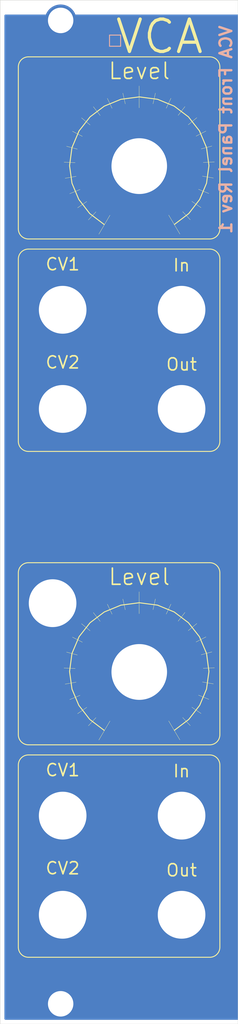
<source format=kicad_pcb>
(kicad_pcb (version 20171130) (host pcbnew "(5.1.2-1)-1")

  (general
    (thickness 1.6)
    (drawings 48)
    (tracks 13)
    (zones 0)
    (modules 3)
    (nets 2)
  )

  (page A4)
  (layers
    (0 F.Cu signal)
    (31 B.Cu signal hide)
    (32 B.Adhes user)
    (33 F.Adhes user)
    (34 B.Paste user)
    (35 F.Paste user)
    (36 B.SilkS user)
    (37 F.SilkS user)
    (38 B.Mask user)
    (39 F.Mask user)
    (40 Dwgs.User user)
    (41 Cmts.User user)
    (42 Eco1.User user)
    (43 Eco2.User user)
    (44 Edge.Cuts user)
    (45 Margin user)
    (46 B.CrtYd user)
    (47 F.CrtYd user)
    (48 B.Fab user)
    (49 F.Fab user)
  )

  (setup
    (last_trace_width 0.25)
    (trace_clearance 0.2)
    (zone_clearance 0.508)
    (zone_45_only no)
    (trace_min 0.2)
    (via_size 0.8)
    (via_drill 0.4)
    (via_min_size 0.4)
    (via_min_drill 0.3)
    (user_via 4 3)
    (user_via 6.2 5.2)
    (user_via 7.999999 6.000001)
    (user_via 11.999999 7.000001)
    (uvia_size 0.3)
    (uvia_drill 0.1)
    (uvias_allowed no)
    (uvia_min_size 0.2)
    (uvia_min_drill 0.1)
    (edge_width 0.05)
    (segment_width 0.2)
    (pcb_text_width 0.3)
    (pcb_text_size 1.5 1.5)
    (mod_edge_width 0.12)
    (mod_text_size 1 1)
    (mod_text_width 0.15)
    (pad_size 1.524 1.524)
    (pad_drill 0.762)
    (pad_to_mask_clearance 0.051)
    (solder_mask_min_width 0.25)
    (aux_axis_origin 0 0)
    (visible_elements FFFFFF7F)
    (pcbplotparams
      (layerselection 0x010fc_ffffffff)
      (usegerberextensions false)
      (usegerberattributes false)
      (usegerberadvancedattributes false)
      (creategerberjobfile false)
      (excludeedgelayer true)
      (linewidth 0.100000)
      (plotframeref false)
      (viasonmask false)
      (mode 1)
      (useauxorigin false)
      (hpglpennumber 1)
      (hpglpenspeed 20)
      (hpglpendiameter 15.000000)
      (psnegative false)
      (psa4output false)
      (plotreference true)
      (plotvalue true)
      (plotinvisibletext false)
      (padsonsilk false)
      (subtractmaskfromsilk false)
      (outputformat 1)
      (mirror false)
      (drillshape 1)
      (scaleselection 1)
      (outputdirectory ""))
  )

  (net 0 "")
  (net 1 GND)

  (net_class Default "This is the default net class."
    (clearance 0.2)
    (trace_width 0.25)
    (via_dia 0.8)
    (via_drill 0.4)
    (uvia_dia 0.3)
    (uvia_drill 0.1)
    (add_net GND)
  )

  (module AS3340_VCO_FP:knob_tick_marks (layer F.Cu) (tedit 5D785F37) (tstamp 5D7C68AB)
    (at 81.28 59.944)
    (descr "Imported from knob_tick_marks.svg")
    (tags svg2mod)
    (attr smd)
    (fp_text reference tick_marks (at 0 -12.347405) (layer F.SilkS) hide
      (effects (font (size 1.524 1.524) (thickness 0.3048)))
    )
    (fp_text value G*** (at 0 12.347405) (layer F.SilkS) hide
      (effects (font (size 1.524 1.524) (thickness 0.3048)))
    )
    (fp_poly (pts (xy 0 -7.988525) (xy -2.326013 -7.684565) (xy -4.437832 -6.820018) (xy -6.240918 -5.465883)
      (xy -7.64073 -3.693159) (xy -8.542729 -1.572845) (xy -8.844793 0.704834) (xy -8.538211 2.925137)
      (xy -7.668557 4.980292) (xy -6.281407 6.762526) (xy -4.422334 8.164065) (xy -4.360304 8.059605)
      (xy -6.193624 6.677555) (xy -7.561473 4.920232) (xy -8.418954 2.893814) (xy -8.721172 0.704479)
      (xy -8.423231 -1.541595) (xy -7.533847 -3.632536) (xy -6.153734 -5.380608) (xy -4.375989 -6.715849)
      (xy -2.293712 -7.568298) (xy 0 -7.867995) (xy 2.293711 -7.568298) (xy 4.375989 -6.715849)
      (xy 6.153733 -5.380608) (xy 7.533846 -3.632536) (xy 8.42323 -1.541595) (xy 8.721171 0.704479)
      (xy 8.418954 2.893814) (xy 7.561473 4.920232) (xy 6.193624 6.677555) (xy 4.360303 8.059605)
      (xy 4.422333 8.164065) (xy 6.281406 6.762526) (xy 7.668556 4.980292) (xy 8.53821 2.925137)
      (xy 8.844792 0.704834) (xy 8.542728 -1.572845) (xy 7.64073 -3.693159) (xy 6.240917 -5.465883)
      (xy 4.437832 -6.820018) (xy 2.326012 -7.684565) (xy 0 -7.988525)) (layer F.SilkS) (width 0))
    (fp_line (start -3.690794 6.924175) (end -5.091929 9.299405) (layer F.SilkS) (width 0.032346))
    (fp_line (start -5.091929 9.299405) (end -3.690794 6.924175) (layer F.SilkS) (width 0.032346))
    (fp_line (start -5.459399 6.500275) (end -6.405857 7.511455) (layer F.SilkS) (width 0.032346))
    (fp_line (start -6.405857 7.511455) (end -5.459399 6.500275) (layer F.SilkS) (width 0.032346))
    (fp_line (start -6.619216 5.206385) (end -7.766748 5.993255) (layer F.SilkS) (width 0.032346))
    (fp_line (start -7.766748 5.993255) (end -6.619216 5.206385) (layer F.SilkS) (width 0.032346))
    (fp_line (start -7.465611 3.697585) (end -8.75988 4.222875) (layer F.SilkS) (width 0.032346))
    (fp_line (start -8.75988 4.222875) (end -7.465611 3.697585) (layer F.SilkS) (width 0.032346))
    (fp_line (start -7.958507 2.045315) (end -9.338227 2.284155) (layer F.SilkS) (width 0.032346))
    (fp_line (start -9.338227 2.284155) (end -7.958507 2.045315) (layer F.SilkS) (width 0.032346))
    (fp_line (start -8.074563 0.327815) (end -9.474404 0.268915) (layer F.SilkS) (width 0.032346))
    (fp_line (start -9.474404 0.268915) (end -8.074563 0.327815) (layer F.SilkS) (width 0.032346))
    (fp_line (start -7.808285 -1.373595) (end -9.161962 -1.727485) (layer F.SilkS) (width 0.032346))
    (fp_line (start -9.161962 -1.727485) (end -7.808285 -1.373595) (layer F.SilkS) (width 0.032346))
    (fp_line (start -7.172281 -2.978355) (end -8.415696 -3.610455) (layer F.SilkS) (width 0.032346))
    (fp_line (start -8.415696 -3.610455) (end -7.172281 -2.978355) (layer F.SilkS) (width 0.032346))
    (fp_line (start -6.196667 -4.410465) (end -7.270942 -5.290845) (layer F.SilkS) (width 0.032346))
    (fp_line (start -7.270942 -5.290845) (end -6.196667 -4.410465) (layer F.SilkS) (width 0.032346))
    (fp_line (start -4.927638 -5.602125) (end -5.781907 -6.689095) (layer F.SilkS) (width 0.032346))
    (fp_line (start -5.781907 -6.689095) (end -4.927638 -5.602125) (layer F.SilkS) (width 0.032346))
    (fp_line (start -3.425287 -6.496895) (end -4.019097 -7.738995) (layer F.SilkS) (width 0.032346))
    (fp_line (start -4.019097 -7.738995) (end -3.425287 -6.496895) (layer F.SilkS) (width 0.032346))
    (fp_line (start -1.76075 -7.052415) (end -2.065983 -8.390825) (layer F.SilkS) (width 0.032346))
    (fp_line (start -2.065983 -8.390825) (end -1.76075 -7.052415) (layer F.SilkS) (width 0.032346))
    (fp_line (start -0.011743 -6.556715) (end -0.016143 -9.299405) (layer F.SilkS) (width 0.032346))
    (fp_line (start -0.016143 -9.299405) (end -0.011743 -6.556715) (layer F.SilkS) (width 0.032346))
    (fp_line (start 1.73568 -7.057805) (end 2.036609 -8.397145) (layer F.SilkS) (width 0.032346))
    (fp_line (start 2.036609 -8.397145) (end 1.73568 -7.057805) (layer F.SilkS) (width 0.032346))
    (fp_line (start 3.401994 -6.507405) (end 3.991808 -7.751335) (layer F.SilkS) (width 0.032346))
    (fp_line (start 3.991808 -7.751335) (end 3.401994 -6.507405) (layer F.SilkS) (width 0.032346))
    (fp_line (start 4.907215 -5.617265) (end 5.757984 -6.706865) (layer F.SilkS) (width 0.032346))
    (fp_line (start 5.757984 -6.706865) (end 4.907215 -5.617265) (layer F.SilkS) (width 0.032346))
    (fp_line (start 6.180067 -4.429525) (end 7.251508 -5.313205) (layer F.SilkS) (width 0.032346))
    (fp_line (start 7.251508 -5.313205) (end 6.180067 -4.429525) (layer F.SilkS) (width 0.032346))
    (fp_line (start 7.160281 -3.000425) (end 8.401658 -3.636345) (layer F.SilkS) (width 0.032346))
    (fp_line (start 8.401658 -3.636345) (end 7.160281 -3.000425) (layer F.SilkS) (width 0.032346))
    (fp_line (start 7.80144 -1.397635) (end 9.153974 -1.755685) (layer F.SilkS) (width 0.032346))
    (fp_line (start 9.153974 -1.755685) (end 7.80144 -1.397635) (layer F.SilkS) (width 0.032346))
    (fp_line (start 8.073187 0.302945) (end 9.472832 0.239745) (layer F.SilkS) (width 0.032346))
    (fp_line (start 9.472832 0.239745) (end 8.073187 0.302945) (layer F.SilkS) (width 0.032346))
    (fp_line (start 7.962653 2.020805) (end 9.343135 2.255395) (layer F.SilkS) (width 0.032346))
    (fp_line (start 9.343135 2.255395) (end 7.962653 2.020805) (layer F.SilkS) (width 0.032346))
    (fp_line (start 7.475071 3.674585) (end 8.771023 4.195885) (layer F.SilkS) (width 0.032346))
    (fp_line (start 8.771023 4.195885) (end 7.475071 3.674585) (layer F.SilkS) (width 0.032346))
    (fp_line (start 6.633531 5.185985) (end 7.783587 5.969315) (layer F.SilkS) (width 0.032346))
    (fp_line (start 7.783587 5.969315) (end 6.633531 5.185985) (layer F.SilkS) (width 0.032346))
    (fp_line (start 5.477879 6.483435) (end 6.427583 7.491695) (layer F.SilkS) (width 0.032346))
    (fp_line (start 6.427583 7.491695) (end 5.477879 6.483435) (layer F.SilkS) (width 0.032346))
    (fp_line (start 3.710646 6.912775) (end 5.11941 9.283685) (layer F.SilkS) (width 0.032346))
    (fp_line (start 5.11941 9.283685) (end 3.710646 6.912775) (layer F.SilkS) (width 0.032346))
  )

  (module AS3340_VCO_FP:knob_tick_marks (layer F.Cu) (tedit 5D785F37) (tstamp 5D7986A0)
    (at 81.28 123.444)
    (descr "Imported from knob_tick_marks.svg")
    (tags svg2mod)
    (attr smd)
    (fp_text reference tick_marks (at 0 -12.347405) (layer F.SilkS) hide
      (effects (font (size 1.524 1.524) (thickness 0.3048)))
    )
    (fp_text value G*** (at 0 12.347405) (layer F.SilkS) hide
      (effects (font (size 1.524 1.524) (thickness 0.3048)))
    )
    (fp_line (start 5.11941 9.283685) (end 3.710646 6.912775) (layer F.SilkS) (width 0.032346))
    (fp_line (start 3.710646 6.912775) (end 5.11941 9.283685) (layer F.SilkS) (width 0.032346))
    (fp_line (start 6.427583 7.491695) (end 5.477879 6.483435) (layer F.SilkS) (width 0.032346))
    (fp_line (start 5.477879 6.483435) (end 6.427583 7.491695) (layer F.SilkS) (width 0.032346))
    (fp_line (start 7.783587 5.969315) (end 6.633531 5.185985) (layer F.SilkS) (width 0.032346))
    (fp_line (start 6.633531 5.185985) (end 7.783587 5.969315) (layer F.SilkS) (width 0.032346))
    (fp_line (start 8.771023 4.195885) (end 7.475071 3.674585) (layer F.SilkS) (width 0.032346))
    (fp_line (start 7.475071 3.674585) (end 8.771023 4.195885) (layer F.SilkS) (width 0.032346))
    (fp_line (start 9.343135 2.255395) (end 7.962653 2.020805) (layer F.SilkS) (width 0.032346))
    (fp_line (start 7.962653 2.020805) (end 9.343135 2.255395) (layer F.SilkS) (width 0.032346))
    (fp_line (start 9.472832 0.239745) (end 8.073187 0.302945) (layer F.SilkS) (width 0.032346))
    (fp_line (start 8.073187 0.302945) (end 9.472832 0.239745) (layer F.SilkS) (width 0.032346))
    (fp_line (start 9.153974 -1.755685) (end 7.80144 -1.397635) (layer F.SilkS) (width 0.032346))
    (fp_line (start 7.80144 -1.397635) (end 9.153974 -1.755685) (layer F.SilkS) (width 0.032346))
    (fp_line (start 8.401658 -3.636345) (end 7.160281 -3.000425) (layer F.SilkS) (width 0.032346))
    (fp_line (start 7.160281 -3.000425) (end 8.401658 -3.636345) (layer F.SilkS) (width 0.032346))
    (fp_line (start 7.251508 -5.313205) (end 6.180067 -4.429525) (layer F.SilkS) (width 0.032346))
    (fp_line (start 6.180067 -4.429525) (end 7.251508 -5.313205) (layer F.SilkS) (width 0.032346))
    (fp_line (start 5.757984 -6.706865) (end 4.907215 -5.617265) (layer F.SilkS) (width 0.032346))
    (fp_line (start 4.907215 -5.617265) (end 5.757984 -6.706865) (layer F.SilkS) (width 0.032346))
    (fp_line (start 3.991808 -7.751335) (end 3.401994 -6.507405) (layer F.SilkS) (width 0.032346))
    (fp_line (start 3.401994 -6.507405) (end 3.991808 -7.751335) (layer F.SilkS) (width 0.032346))
    (fp_line (start 2.036609 -8.397145) (end 1.73568 -7.057805) (layer F.SilkS) (width 0.032346))
    (fp_line (start 1.73568 -7.057805) (end 2.036609 -8.397145) (layer F.SilkS) (width 0.032346))
    (fp_line (start -0.016143 -9.299405) (end -0.011743 -6.556715) (layer F.SilkS) (width 0.032346))
    (fp_line (start -0.011743 -6.556715) (end -0.016143 -9.299405) (layer F.SilkS) (width 0.032346))
    (fp_line (start -2.065983 -8.390825) (end -1.76075 -7.052415) (layer F.SilkS) (width 0.032346))
    (fp_line (start -1.76075 -7.052415) (end -2.065983 -8.390825) (layer F.SilkS) (width 0.032346))
    (fp_line (start -4.019097 -7.738995) (end -3.425287 -6.496895) (layer F.SilkS) (width 0.032346))
    (fp_line (start -3.425287 -6.496895) (end -4.019097 -7.738995) (layer F.SilkS) (width 0.032346))
    (fp_line (start -5.781907 -6.689095) (end -4.927638 -5.602125) (layer F.SilkS) (width 0.032346))
    (fp_line (start -4.927638 -5.602125) (end -5.781907 -6.689095) (layer F.SilkS) (width 0.032346))
    (fp_line (start -7.270942 -5.290845) (end -6.196667 -4.410465) (layer F.SilkS) (width 0.032346))
    (fp_line (start -6.196667 -4.410465) (end -7.270942 -5.290845) (layer F.SilkS) (width 0.032346))
    (fp_line (start -8.415696 -3.610455) (end -7.172281 -2.978355) (layer F.SilkS) (width 0.032346))
    (fp_line (start -7.172281 -2.978355) (end -8.415696 -3.610455) (layer F.SilkS) (width 0.032346))
    (fp_line (start -9.161962 -1.727485) (end -7.808285 -1.373595) (layer F.SilkS) (width 0.032346))
    (fp_line (start -7.808285 -1.373595) (end -9.161962 -1.727485) (layer F.SilkS) (width 0.032346))
    (fp_line (start -9.474404 0.268915) (end -8.074563 0.327815) (layer F.SilkS) (width 0.032346))
    (fp_line (start -8.074563 0.327815) (end -9.474404 0.268915) (layer F.SilkS) (width 0.032346))
    (fp_line (start -9.338227 2.284155) (end -7.958507 2.045315) (layer F.SilkS) (width 0.032346))
    (fp_line (start -7.958507 2.045315) (end -9.338227 2.284155) (layer F.SilkS) (width 0.032346))
    (fp_line (start -8.75988 4.222875) (end -7.465611 3.697585) (layer F.SilkS) (width 0.032346))
    (fp_line (start -7.465611 3.697585) (end -8.75988 4.222875) (layer F.SilkS) (width 0.032346))
    (fp_line (start -7.766748 5.993255) (end -6.619216 5.206385) (layer F.SilkS) (width 0.032346))
    (fp_line (start -6.619216 5.206385) (end -7.766748 5.993255) (layer F.SilkS) (width 0.032346))
    (fp_line (start -6.405857 7.511455) (end -5.459399 6.500275) (layer F.SilkS) (width 0.032346))
    (fp_line (start -5.459399 6.500275) (end -6.405857 7.511455) (layer F.SilkS) (width 0.032346))
    (fp_line (start -5.091929 9.299405) (end -3.690794 6.924175) (layer F.SilkS) (width 0.032346))
    (fp_line (start -3.690794 6.924175) (end -5.091929 9.299405) (layer F.SilkS) (width 0.032346))
    (fp_poly (pts (xy 0 -7.988525) (xy -2.326013 -7.684565) (xy -4.437832 -6.820018) (xy -6.240918 -5.465883)
      (xy -7.64073 -3.693159) (xy -8.542729 -1.572845) (xy -8.844793 0.704834) (xy -8.538211 2.925137)
      (xy -7.668557 4.980292) (xy -6.281407 6.762526) (xy -4.422334 8.164065) (xy -4.360304 8.059605)
      (xy -6.193624 6.677555) (xy -7.561473 4.920232) (xy -8.418954 2.893814) (xy -8.721172 0.704479)
      (xy -8.423231 -1.541595) (xy -7.533847 -3.632536) (xy -6.153734 -5.380608) (xy -4.375989 -6.715849)
      (xy -2.293712 -7.568298) (xy 0 -7.867995) (xy 2.293711 -7.568298) (xy 4.375989 -6.715849)
      (xy 6.153733 -5.380608) (xy 7.533846 -3.632536) (xy 8.42323 -1.541595) (xy 8.721171 0.704479)
      (xy 8.418954 2.893814) (xy 7.561473 4.920232) (xy 6.193624 6.677555) (xy 4.360303 8.059605)
      (xy 4.422333 8.164065) (xy 6.281406 6.762526) (xy 7.668556 4.980292) (xy 8.53821 2.925137)
      (xy 8.844792 0.704834) (xy 8.542728 -1.572845) (xy 7.64073 -3.693159) (xy 6.240917 -5.465883)
      (xy 4.437832 -6.820018) (xy 2.326012 -7.684565) (xy 0 -7.988525)) (layer F.SilkS) (width 0))
  )

  (module TestPoint:TestPoint_Pad_1.0x1.0mm (layer B.Cu) (tedit 5A0F774F) (tstamp 5D78BF58)
    (at 78.232 44.958)
    (descr "SMD rectangular pad as test Point, square 1.0mm side length")
    (tags "test point SMD pad rectangle square")
    (path /5D78B81D)
    (attr virtual)
    (fp_text reference TP1 (at 0 1.448) (layer B.SilkS) hide
      (effects (font (size 1 1) (thickness 0.15)) (justify mirror))
    )
    (fp_text value TestPoint (at 0 -1.55) (layer B.Fab) hide
      (effects (font (size 1 1) (thickness 0.15)) (justify mirror))
    )
    (fp_text user %R (at 0 1.45) (layer B.Fab) hide
      (effects (font (size 1 1) (thickness 0.15)) (justify mirror))
    )
    (fp_line (start -0.7 0.7) (end 0.7 0.7) (layer B.SilkS) (width 0.12))
    (fp_line (start 0.7 0.7) (end 0.7 -0.7) (layer B.SilkS) (width 0.12))
    (fp_line (start 0.7 -0.7) (end -0.7 -0.7) (layer B.SilkS) (width 0.12))
    (fp_line (start -0.7 -0.7) (end -0.7 0.7) (layer B.SilkS) (width 0.12))
    (fp_line (start -1 1) (end 1 1) (layer B.CrtYd) (width 0.05))
    (fp_line (start -1 1) (end -1 -1) (layer B.CrtYd) (width 0.05))
    (fp_line (start 1 -1) (end 1 1) (layer B.CrtYd) (width 0.05))
    (fp_line (start 1 -1) (end -1 -1) (layer B.CrtYd) (width 0.05))
    (pad 1 smd rect (at 0 0) (size 1 1) (layers B.Cu B.Mask)
      (net 1 GND))
  )

  (gr_line (start 67.31 96.52) (end 90.17 96.52) (layer F.SilkS) (width 0.12) (tstamp 5D7C68F0))
  (gr_arc (start 90.17 72.39) (end 91.44 72.39) (angle -90) (layer F.SilkS) (width 0.12) (tstamp 5D7C68EF))
  (gr_line (start 90.17 71.12) (end 67.31 71.12) (layer F.SilkS) (width 0.12) (tstamp 5D7C68EE))
  (gr_arc (start 67.31 72.39) (end 67.31 71.12) (angle -90) (layer F.SilkS) (width 0.12) (tstamp 5D7C68ED))
  (gr_arc (start 67.31 48.26) (end 67.31 46.99) (angle -90) (layer F.SilkS) (width 0.12) (tstamp 5D7C68EC))
  (gr_arc (start 90.17 48.26) (end 91.44 48.26) (angle -90) (layer F.SilkS) (width 0.12) (tstamp 5D7C68EB))
  (gr_line (start 67.31 46.99) (end 90.17 46.99) (layer F.SilkS) (width 0.12) (tstamp 5D7C68EA))
  (gr_line (start 66.04 68.58) (end 66.04 48.26) (layer F.SilkS) (width 0.12) (tstamp 5D7C68E9))
  (gr_line (start 91.44 48.26) (end 91.44 68.58) (layer F.SilkS) (width 0.12) (tstamp 5D7C68E8))
  (gr_arc (start 90.17 68.58) (end 90.17 69.85) (angle -90) (layer F.SilkS) (width 0.12) (tstamp 5D7C68E7))
  (gr_arc (start 67.31 68.58) (end 66.04 68.58) (angle -90) (layer F.SilkS) (width 0.12) (tstamp 5D7C68E6))
  (gr_line (start 67.31 69.85) (end 90.17 69.85) (layer F.SilkS) (width 0.12) (tstamp 5D7C68E5))
  (gr_line (start 91.44 95.25) (end 91.44 72.39) (layer F.SilkS) (width 0.12) (tstamp 5D7C68E4))
  (gr_arc (start 90.17 95.25) (end 90.17 96.52) (angle -90) (layer F.SilkS) (width 0.12) (tstamp 5D7C68E3))
  (gr_line (start 66.04 72.39) (end 66.04 95.25) (layer F.SilkS) (width 0.12) (tstamp 5D7C68E2))
  (gr_arc (start 67.31 95.25) (end 66.04 95.25) (angle -90) (layer F.SilkS) (width 0.12) (tstamp 5D7C68E1))
  (gr_text In (at 86.614 73.152) (layer F.SilkS) (tstamp 5D7C68A5)
    (effects (font (size 1.524 1.524) (thickness 0.2032)))
  )
  (gr_text CV2 (at 71.628 85.344) (layer F.SilkS) (tstamp 5D7C68A4)
    (effects (font (size 1.524 1.524) (thickness 0.2032)))
  )
  (gr_text Out (at 86.614 85.598) (layer F.SilkS) (tstamp 5D7C68A3)
    (effects (font (size 1.524 1.524) (thickness 0.2032)))
  )
  (gr_text CV1 (at 71.628 73.025) (layer F.SilkS) (tstamp 5D7C68A2)
    (effects (font (size 1.524 1.524) (thickness 0.2032)))
  )
  (gr_text Level (at 81.28 48.768) (layer F.SilkS) (tstamp 5D7C68A1)
    (effects (font (size 2.032 2.032) (thickness 0.2032)))
  )
  (gr_text In (at 86.614 136.652) (layer F.SilkS) (tstamp 5D7C63C6)
    (effects (font (size 1.524 1.524) (thickness 0.2032)))
  )
  (gr_line (start 67.31 160.02) (end 90.17 160.02) (layer F.SilkS) (width 0.12) (tstamp 5D798911))
  (gr_arc (start 67.31 158.75) (end 66.04 158.75) (angle -90) (layer F.SilkS) (width 0.12) (tstamp 5D798910))
  (gr_line (start 66.04 135.89) (end 66.04 158.75) (layer F.SilkS) (width 0.12) (tstamp 5D79890F))
  (gr_arc (start 90.17 158.75) (end 90.17 160.02) (angle -90) (layer F.SilkS) (width 0.12) (tstamp 5D79890E))
  (gr_line (start 91.44 158.75) (end 91.44 135.89) (layer F.SilkS) (width 0.12) (tstamp 5D7C3D62))
  (gr_text Out (at 86.614 149.098) (layer F.SilkS) (tstamp 5D798909)
    (effects (font (size 1.524 1.524) (thickness 0.2032)))
  )
  (gr_text CV2 (at 71.628 148.844) (layer F.SilkS)
    (effects (font (size 1.524 1.524) (thickness 0.2032)))
  )
  (gr_text CV1 (at 71.628 136.525) (layer F.SilkS)
    (effects (font (size 1.524 1.524) (thickness 0.2032)))
  )
  (gr_line (start 67.31 133.35) (end 90.17 133.35) (layer F.SilkS) (width 0.12) (tstamp 5D7988B3))
  (gr_arc (start 67.31 132.08) (end 66.04 132.08) (angle -90) (layer F.SilkS) (width 0.12) (tstamp 5D7987D3))
  (gr_arc (start 90.17 132.08) (end 90.17 133.35) (angle -90) (layer F.SilkS) (width 0.12) (tstamp 5D7987D2))
  (gr_text Level (at 81.28 112.268) (layer F.SilkS) (tstamp 5D79875B)
    (effects (font (size 2.032 2.032) (thickness 0.2032)))
  )
  (gr_text "VCA Front Panel Rev 1" (at 92.202 56.134 90) (layer B.SilkS)
    (effects (font (size 1.5 1.5) (thickness 0.3)) (justify mirror))
  )
  (gr_line (start 91.44 111.76) (end 91.44 132.08) (layer F.SilkS) (width 0.12) (tstamp 5D78502A))
  (gr_line (start 66.04 132.08) (end 66.04 111.76) (layer F.SilkS) (width 0.12) (tstamp 5D78502F))
  (gr_line (start 67.31 110.49) (end 90.17 110.49) (layer F.SilkS) (width 0.12) (tstamp 5D785028))
  (gr_arc (start 90.17 111.76) (end 91.44 111.76) (angle -90) (layer F.SilkS) (width 0.12) (tstamp 5D784FFC))
  (gr_arc (start 67.31 111.76) (end 67.31 110.49) (angle -90) (layer F.SilkS) (width 0.12) (tstamp 5D78B078))
  (gr_text VCA (at 83.82 44.45) (layer F.SilkS)
    (effects (font (size 4.064 4.064) (thickness 0.4064)))
  )
  (gr_arc (start 67.31 135.89) (end 67.31 134.62) (angle -90) (layer F.SilkS) (width 0.12) (tstamp 5D784AEE))
  (gr_line (start 90.17 134.62) (end 67.31 134.62) (layer F.SilkS) (width 0.12) (tstamp 5D784AF4))
  (gr_arc (start 90.17 135.89) (end 91.44 135.89) (angle -90) (layer F.SilkS) (width 0.12) (tstamp 5D784AF1))
  (gr_line (start 63.754 168.402) (end 63.754 39.878) (layer Edge.Cuts) (width 0.05) (tstamp 5D7807C7))
  (gr_line (start 93.726 168.402) (end 63.754 168.402) (layer Edge.Cuts) (width 0.05))
  (gr_line (start 93.726 39.878) (end 93.726 168.402) (layer Edge.Cuts) (width 0.05))
  (gr_line (start 63.754 39.878) (end 93.726 39.878) (layer Edge.Cuts) (width 0.05) (tstamp 5D784D4E))

  (via (at 81.28 60.706) (size 11.999999) (drill 7.000001) (layers F.Cu B.Cu) (net 0) (tstamp 5D7C68A6))
  (via (at 86.614 91.186) (size 7.999999) (drill 6.000001) (layers F.Cu B.Cu) (net 0) (tstamp 5D7C68A7))
  (via (at 71.628 78.74) (size 7.999999) (drill 6.000001) (layers F.Cu B.Cu) (net 0) (tstamp 5D7C68A8))
  (via (at 71.628 91.186) (size 7.999999) (drill 6.000001) (layers F.Cu B.Cu) (net 0) (tstamp 5D7C68A9))
  (via (at 86.614 78.74) (size 7.999999) (drill 6.000001) (layers F.Cu B.Cu) (net 0) (tstamp 5D7C68AA))
  (via (at 70.358 115.57) (size 7.999999) (drill 6.000001) (layers F.Cu B.Cu) (net 0) (tstamp 5D7C7171))
  (via (at 86.614 142.24) (size 7.999999) (drill 6.000001) (layers F.Cu B.Cu) (net 1) (tstamp 5D7C63BC))
  (via (at 81.28 124.206) (size 11.999999) (drill 7.000001) (layers F.Cu B.Cu) (net 1) (tstamp 5D79869F))
  (via (at 86.614 154.686) (size 7.999999) (drill 6.000001) (layers F.Cu B.Cu) (net 1) (tstamp 5D784B06))
  (via (at 71.628 142.24) (size 7.999999) (drill 6.000001) (layers F.Cu B.Cu) (net 1) (tstamp 5D784B09))
  (via (at 71.628 154.686) (size 7.999999) (drill 6.000001) (layers F.Cu B.Cu) (net 1) (tstamp 5D784B0F))
  (via (at 71.374 42.418) (size 4) (drill 3.2004) (layers F.Cu B.Cu) (net 1) (tstamp 5D785324))
  (via (at 71.374 165.862) (size 4) (drill 3.2004) (layers F.Cu B.Cu) (net 1) (tstamp 5D7852D5))

  (zone (net 1) (net_name GND) (layer B.Cu) (tstamp 0) (hatch edge 0.508)
    (connect_pads yes (clearance 0.508))
    (min_thickness 0.254)
    (fill yes (arc_segments 32) (thermal_gap 0.508) (thermal_bridge_width 0.508))
    (polygon
      (pts
        (xy 63.754 168.402) (xy 114.046 168.402) (xy 114.046 41.148) (xy 63.754 41.148)
      )
    )
    (filled_polygon
      (pts
        (xy 113.386001 167.742) (xy 64.414 167.742) (xy 64.414 41.808) (xy 113.386 41.808)
      )
    )
  )
)

</source>
